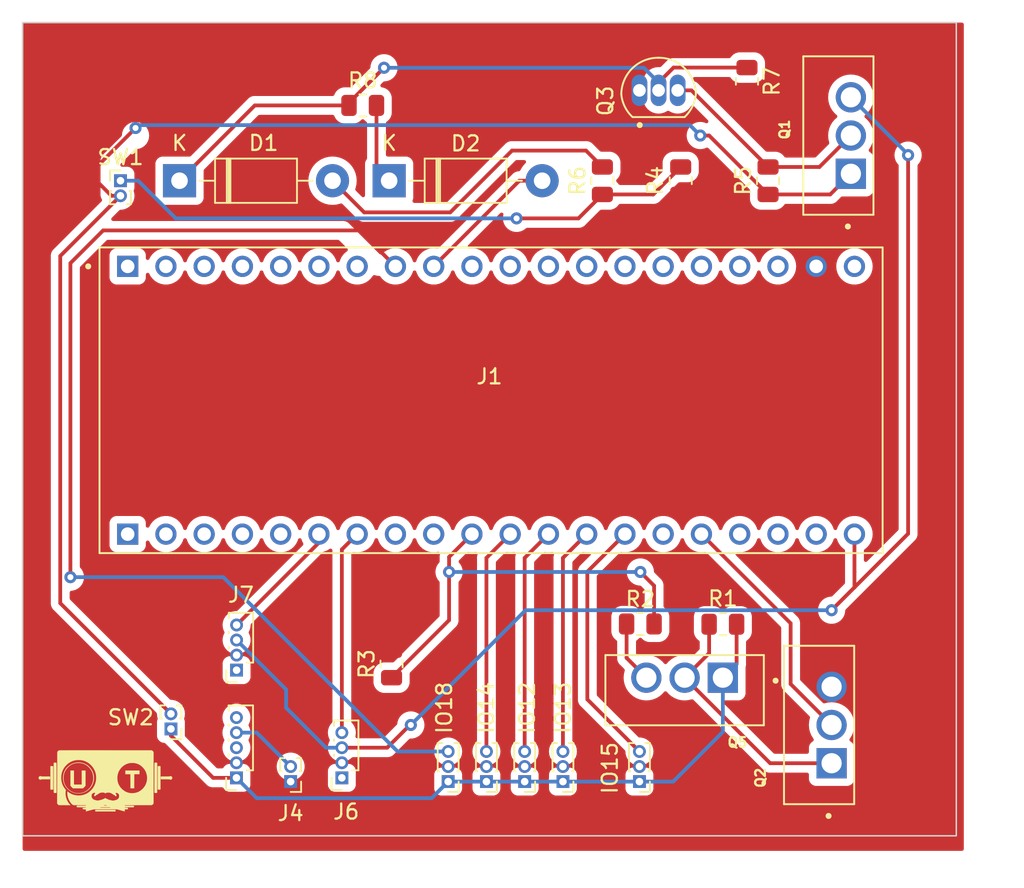
<source format=kicad_pcb>
(kicad_pcb (version 20221018) (generator pcbnew)
  (layers (0 "F.Cu" signal) (31 "B.Cu" signal) (34 "B.Paste" user) (35 "F.Paste" user) (36 "B.SilkS" user "B.Silkscreen") (37 "F.SilkS" user "F.Silkscreen") (38 "B.Mask" user) (39 "F.Mask" user) (44 "Edge.Cuts" user))
  (net 0 "")
  (net 1 "Batt GND")
  (net 2 "Net-(D1-K)")
  (net 3 "Net-(D1-A)")
  (net 4 "Net-(D2-K)")
  (net 5 "+5V")
  (net 6 "SM2")
  (net 7 "SM3")
  (net 8 "SM1")
  (net 9 "SM4")
  (net 10 "SM5")
  (net 30 "NPRightEye")
  (net 31 "NPLeftEye")
  (net 41 "Batt PWR")
  (net 45 "Net-(R4-Pad1)")
  (net 46 "Net-(Q2-D)")
  (net 47 "Net-(Q5-S)")
  (net 48 "GND1")
  (net 49 "Latch_Out")
  (net 50 "BATT ADC")
  (net 51 "BATT EN")
  (net 52 "VOUT")
  (net 53 "Net-(Q1-D)")
  (net 54 "Net-(Q1-G)")
  (footprint "Resistor_SMD:R_0805_2012Metric" (layer "F.Cu") (at 230.6 61.4 -90)
    (fp_text reference "R7" (at 0 -1.65 90) (layer "F.SilkS"))
    (fp_text value "100K")
    (pad "1" smd roundrect (at -0.9125 0 270) (size 1.025 1.4) (layers "F.Cu" "F.Paste" "F.Mask") (roundrect_rratio 0.243902) (net 2 "Net-(D1-K)"))
    (pad "2" smd roundrect (at 0.9125 0 270) (size 1.025 1.4) (layers "F.Cu" "F.Paste" "F.Mask") (roundrect_rratio 0.243902) (net 48 "GND1"))
  )
  (footprint "Resistor_SMD:R_0805_2012Metric" (layer "F.Cu") (at 205.0875 63)
    (fp_text reference "R8" (at 0 -1.65) (layer "F.SilkS"))
    (fp_text value "220")
    (pad "1" smd roundrect (at -0.9125 0) (size 1.025 1.4) (layers "F.Cu" "F.Paste" "F.Mask") (roundrect_rratio 0.243902) (net 2 "Net-(D1-K)"))
    (pad "2" smd roundrect (at 0.9125 0) (size 1.025 1.4) (layers "F.Cu" "F.Paste" "F.Mask") (roundrect_rratio 0.243902) (net 4 "Net-(D2-K)"))
  )
  (footprint "dancebot pcb libraries stuff:TO254P1052X465X1989-3" (layer "F.Cu") (at 229 101 180)
    (fp_text reference "Q5" (at -0.968 -4.2954) (layer "F.SilkS") (effects (font (size 0.64 0.64))))
    (fp_text value "PMOS")
    (pad "1" thru_hole rect (at 0 0 180) (size 2.01 2.01) (drill 1.34) (layers "*.Cu" "*.Mask") (net 52 "VOUT"))
    (pad "2" thru_hole circle (at 2.54 0 180) (size 2.01 2.01) (drill 1.34) (layers "*.Cu" "*.Mask") (net 46 "Net-(Q2-D)"))
    (pad "3" thru_hole circle (at 5.08 0 180) (size 2.01 2.01) (drill 1.34) (layers "*.Cu" "*.Mask") (net 47 "Net-(Q5-S)"))
  )
  (footprint "ESP32-PICO-KIT-V4.1:XCVR_ESP32-PICO-KIT-V4.1" (layer "F.Cu") (at 213.608 82.578)
    (fp_text reference "J1" (at -0.108 -1.578) (layer "F.SilkS"))
    (fp_text value "ESP32-PICO-KIT-V4.1")
    (pad "J2_1" thru_hole rect (at -24.13 -8.89) (size 1.408 1.408) (drill 0.9) (layers "*.Cu" "*.Mask"))
    (pad "J2_2" thru_hole circle (at -21.59 -8.89) (size 1.408 1.408) (drill 0.9) (layers "*.Cu" "*.Mask"))
    (pad "J2_3" thru_hole circle (at -19.05 -8.89) (size 1.408 1.408) (drill 0.9) (layers "*.Cu" "*.Mask"))
    (pad "J2_4" thru_hole circle (at -16.51 -8.89) (size 1.408 1.408) (drill 0.9) (layers "*.Cu" "*.Mask"))
    (pad "J2_5" thru_hole circle (at -13.97 -8.89) (size 1.408 1.408) (drill 0.9) (layers "*.Cu" "*.Mask"))
    (pad "J2_6" thru_hole circle (at -11.43 -8.89) (size 1.408 1.408) (drill 0.9) (layers "*.Cu" "*.Mask"))
    (pad "J2_7" thru_hole circle (at -8.89 -8.89) (size 1.408 1.408) (drill 0.9) (layers "*.Cu" "*.Mask"))
    (pad "J2_8" thru_hole circle (at -6.35 -8.89) (size 1.408 1.408) (drill 0.9) (layers "*.Cu" "*.Mask") (net 10 "SM5"))
    (pad "J2_9" thru_hole circle (at -3.81 -8.89) (size 1.408 1.408) (drill 0.9) (layers "*.Cu" "*.Mask") (net 49 "Latch_Out"))
    (pad "J2_10" thru_hole circle (at -1.27 -8.89) (size 1.408 1.408) (drill 0.9) (layers "*.Cu" "*.Mask"))
    (pad "J2_11" thru_hole circle (at 1.27 -8.89) (size 1.408 1.408) (drill 0.9) (layers "*.Cu" "*.Mask"))
    (pad "J2_12" thru_hole circle (at 3.81 -8.89) (size 1.408 1.408) (drill 0.9) (layers "*.Cu" "*.Mask"))
    (pad "J2_13" thru_hole circle (at 6.35 -8.89) (size 1.408 1.408) (drill 0.9) (layers "*.Cu" "*.Mask"))
    (pad "J2_14" thru_hole circle (at 8.89 -8.89) (size 1.408 1.408) (drill 0.9) (layers "*.Cu" "*.Mask"))
    (pad "J2_15" thru_hole circle (at 11.43 -8.89) (size 1.408 1.408) (drill 0.9) (layers "*.Cu" "*.Mask"))
    (pad "J2_16" thru_hole circle (at 13.97 -8.89) (size 1.408 1.408) (drill 0.9) (layers "*.Cu" "*.Mask"))
    (pad "J2_17" thru_hole circle (at 16.51 -8.89) (size 1.408 1.408) (drill 0.9) (layers "*.Cu" "*.Mask"))
    (pad "J2_18" thru_hole circle (at 19.05 -8.89) (size 1.408 1.408) (drill 0.9) (layers "*.Cu" "*.Mask"))
    (pad "J2_19" thru_hole circle (at 21.59 -8.89) (size 1.408 1.408) (drill 0.9) (layers "*.Cu" "*.Mask") (net 48 "GND1"))
    (pad "J2_20" thru_hole circle (at 24.13 -8.89) (size 1.408 1.408) (drill 0.9) (layers "*.Cu" "*.Mask"))
    (pad "J3_1" thru_hole rect (at -24.13 8.89) (size 1.408 1.408) (drill 0.9) (layers "*.Cu" "*.Mask"))
    (pad "J3_2" thru_hole circle (at -21.59 8.89) (size 1.408 1.408) (drill 0.9) (layers "*.Cu" "*.Mask"))
    (pad "J3_3" thru_hole circle (at -19.05 8.89) (size 1.408 1.408) (drill 0.9) (layers "*.Cu" "*.Mask"))
    (pad "J3_4" thru_hole circle (at -16.51 8.89) (size 1.408 1.408) (drill 0.9) (layers "*.Cu" "*.Mask"))
    (pad "J3_5" thru_hole circle (at -13.97 8.89) (size 1.408 1.408) (drill 0.9) (layers "*.Cu" "*.Mask"))
    (pad "J3_6" thru_hole circle (at -11.43 8.89) (size 1.408 1.408) (drill 0.9) (layers "*.Cu" "*.Mask") (net 31 "NPLeftEye"))
    (pad "J3_7" thru_hole circle (at -8.89 8.89) (size 1.408 1.408) (drill 0.9) (layers "*.Cu" "*.Mask") (net 30 "NPRightEye"))
    (pad "J3_8" thru_hole circle (at -6.35 8.89) (size 1.408 1.408) (drill 0.9) (layers "*.Cu" "*.Mask"))
    (pad "J3_9" thru_hole circle (at -3.81 8.89) (size 1.408 1.408) (drill 0.9) (layers "*.Cu" "*.Mask"))
    (pad "J3_10" thru_hole circle (at -1.27 8.89) (size 1.408 1.408) (drill 0.9) (layers "*.Cu" "*.Mask") (net 50 "BATT ADC"))
    (pad "J3_11" thru_hole circle (at 1.27 8.89) (size 1.408 1.408) (drill 0.9) (layers "*.Cu" "*.Mask") (net 8 "SM1"))
    (pad "J3_12" thru_hole circle (at 3.81 8.89) (size 1.408 1.408) (drill 0.9) (layers "*.Cu" "*.Mask") (net 6 "SM2"))
    (pad "J3_13" thru_hole circle (at 6.35 8.89) (size 1.408 1.408) (drill 0.9) (layers "*.Cu" "*.Mask") (net 7 "SM3"))
    (pad "J3_14" thru_hole circle (at 8.89 8.89) (size 1.408 1.408) (drill 0.9) (layers "*.Cu" "*.Mask") (net 9 "SM4"))
    (pad "J3_15" thru_hole circle (at 11.43 8.89) (size 1.408 1.408) (drill 0.9) (layers "*.Cu" "*.Mask"))
    (pad "J3_16" thru_hole circle (at 13.97 8.89) (size 1.408 1.408) (drill 0.9) (layers "*.Cu" "*.Mask") (net 51 "BATT EN"))
    (pad "J3_17" thru_hole circle (at 16.51 8.89) (size 1.408 1.408) (drill 0.9) (layers "*.Cu" "*.Mask"))
    (pad "J3_18" thru_hole circle (at 19.05 8.89) (size 1.408 1.408) (drill 0.9) (layers "*.Cu" "*.Mask"))
    (pad "J3_19" thru_hole circle (at 21.59 8.89) (size 1.408 1.408) (drill 0.9) (layers "*.Cu" "*.Mask"))
    (pad "J3_20" thru_hole circle (at 24.13 8.89) (size 1.408 1.408) (drill 0.9) (layers "*.Cu" "*.Mask") (net 5 "+5V"))
  )
  (footprint "Diode_THT:D_DO-41_SOD81_P10.16mm_Horizontal" (layer "F.Cu") (at 192.92 68)
    (fp_text reference "D1" (at 5.58 -2.5) (layer "F.SilkS"))
    (fp_text value "1N5819")
    (fp_text user "K" (at 0 -2.5) (layer "F.SilkS"))
    (pad "1" thru_hole rect (at 0 0) (size 2.2 2.2) (drill 1.1) (layers "*.Cu" "*.Mask") (net 2 "Net-(D1-K)"))
    (pad "2" thru_hole oval (at 10.16 0) (size 2.2 2.2) (drill 1.1) (layers "*.Cu" "*.Mask") (net 3 "Net-(D1-A)"))
  )
  (footprint "Resistor_SMD:R_0805_2012Metric" (layer "F.Cu") (at 223.52 97.4325)
    (fp_text reference "R2" (at 0 -1.65) (layer "F.SilkS"))
    (fp_text value "100K")
    (pad "1" smd roundrect (at -0.9125 0) (size 1.025 1.4) (layers "F.Cu" "F.Paste" "F.Mask") (roundrect_rratio 0.243902) (net 47 "Net-(Q5-S)"))
    (pad "2" smd roundrect (at 0.9125 0) (size 1.025 1.4) (layers "F.Cu" "F.Paste" "F.Mask") (roundrect_rratio 0.243902) (net 50 "BATT ADC"))
  )
  (footprint "Resistor_SMD:R_0805_2012Metric" (layer "F.Cu") (at 226.2 68 -90)
    (fp_text reference "R4" (at 0 1.7 90) (layer "F.SilkS"))
    (fp_text value "220K")
    (pad "1" smd roundrect (at -0.9125 0 270) (size 1.025 1.4) (layers "F.Cu" "F.Paste" "F.Mask") (roundrect_rratio 0.243902) (net 45 "Net-(R4-Pad1)"))
    (pad "2" smd roundrect (at 0.9125 0 270) (size 1.025 1.4) (layers "F.Cu" "F.Paste" "F.Mask") (roundrect_rratio 0.243902) (net 48 "GND1"))
  )
  (footprint "dancebot pcb libraries stuff:TO254P1052X465X1989-3" (layer "F.Cu") (at 236.22 106.68 90)
    (fp_text reference "Q2" (at -0.968 -4.72 90) (layer "F.SilkS") (effects (font (size 0.64 0.64))))
    (fp_text value "PMOS")
    (pad "1" thru_hole rect (at 0 0 90) (size 2.01 2.01) (drill 1.34) (layers "*.Cu" "*.Mask") (net 46 "Net-(Q2-D)"))
    (pad "2" thru_hole circle (at 2.54 0 90) (size 2.01 2.01) (drill 1.34) (layers "*.Cu" "*.Mask") (net 51 "BATT EN"))
    (pad "3" thru_hole circle (at 5.08 0 90) (size 2.01 2.01) (drill 1.34) (layers "*.Cu" "*.Mask") (net 48 "GND1"))
  )
  (footprint "Connector_PinHeader_1.00mm:PinHeader_1x02_P1.00mm_Vertical" (layer "F.Cu") (at 189 68)
    (fp_text reference "SW1" (at 0 -1.56) (layer "F.SilkS"))
    (fp_text value "SP switch" hide)
    (pad "1" thru_hole rect (at 0 0) (size 0.85 0.85) (drill 0.5) (layers "*.Cu" "*.Mask") (net 45 "Net-(R4-Pad1)"))
    (pad "2" thru_hole oval (at 0 1) (size 0.85 0.85) (drill 0.5) (layers "*.Cu" "*.Mask") (net 53 "Net-(Q1-D)"))
  )
  (footprint "dancebot pcb libraries stuff:TO254P1052X465X1989-3" (layer "F.Cu") (at 237.5 67.54 90)
    (fp_text reference "Q1" (at 2.94 -4.4 90) (layer "F.SilkS") (effects (font (size 0.64 0.64))))
    (fp_text value "PMOS")
    (pad "1" thru_hole rect (at 0 0 90) (size 2.01 2.01) (drill 1.34) (layers "*.Cu" "*.Mask") (net 53 "Net-(Q1-D)"))
    (pad "2" thru_hole circle (at 2.54 0 90) (size 2.01 2.01) (drill 1.34) (layers "*.Cu" "*.Mask") (net 54 "Net-(Q1-G)"))
    (pad "3" thru_hole circle (at 5.08 0 90) (size 2.01 2.01) (drill 1.34) (layers "*.Cu" "*.Mask") (net 5 "+5V"))
  )
  (footprint "Diode_THT:D_DO-41_SOD81_P10.16mm_Horizontal" (layer "F.Cu") (at 206.84 68)
    (fp_text reference "D2" (at 5.08 -2.47) (layer "F.SilkS"))
    (fp_text value "1N5819")
    (fp_text user "K" (at 0 -2.5) (layer "F.SilkS"))
    (pad "1" thru_hole rect (at 0 0) (size 2.2 2.2) (drill 1.1) (layers "*.Cu" "*.Mask") (net 4 "Net-(D2-K)"))
    (pad "2" thru_hole oval (at 10.16 0) (size 2.2 2.2) (drill 1.1) (layers "*.Cu" "*.Mask") (net 49 "Latch_Out"))
  )
  (footprint "Connector_PinHeader_1.00mm:PinHeader_1x03_P1.00mm_Vertical" (layer "F.Cu") (at 223.46 107.9 180)
    (fp_text reference "IO15" (at 1.96 0.9 90) (layer "F.SilkS"))
    (fp_text value "servo 4" hide)
    (pad "1" thru_hole rect (at 0 0 180) (size 0.85 0.85) (drill 0.5) (layers "*.Cu" "*.Mask") (net 52 "VOUT"))
    (pad "2" thru_hole oval (at 0 1 180) (size 0.85 0.85) (drill 0.5) (layers "*.Cu" "*.Mask") (net 48 "GND1"))
    (pad "3" thru_hole oval (at 0 2 180) (size 0.85 0.85) (drill 0.5) (layers "*.Cu" "*.Mask") (net 9 "SM4"))
  )
  (footprint "Connector_PinSocket_1.00mm:PinSocket_1x04_P1.00mm_Vertical" (layer "F.Cu") (at 196.71 100.5 180)
    (fp_text reference "J7" (at -0.29 5) (layer "F.SilkS"))
    (fp_text value "Conn_01x04_Socket" hide)
    (pad "1" thru_hole rect (at 0 0 180) (size 0.85 0.85) (drill 0.5) (layers "*.Cu" "*.Mask"))
    (pad "2" thru_hole oval (at 0 1 180) (size 0.85 0.85) (drill 0.5) (layers "*.Cu" "*.Mask") (net 48 "GND1"))
    (pad "3" thru_hole oval (at 0 2 180) (size 0.85 0.85) (drill 0.5) (layers "*.Cu" "*.Mask") (net 5 "+5V"))
    (pad "4" thru_hole oval (at 0 3 180) (size 0.85 0.85) (drill 0.5) (layers "*.Cu" "*.Mask") (net 31 "NPLeftEye"))
  )
  (footprint "Connector_PinSocket_1.00mm:PinSocket_1x05_P1.00mm_Vertical" (layer "F.Cu") (at 196.7 107.65 180)
    (fp_text reference "J2" hide)
    (fp_text value "Voltage Regulator")
    (pad "1" thru_hole rect (at 0 0 180) (size 0.85 0.85) (drill 0.5) (layers "*.Cu" "*.Mask") (net 52 "VOUT"))
    (pad "2" thru_hole oval (at 0 1 180) (size 0.85 0.85) (drill 0.5) (layers "*.Cu" "*.Mask") (net 48 "GND1"))
    (pad "3" thru_hole oval (at 0 2 180) (size 0.85 0.85) (drill 0.5) (layers "*.Cu" "*.Mask") (net 1 "Batt GND"))
    (pad "4" thru_hole oval (at 0 3 180) (size 0.85 0.85) (drill 0.5) (layers "*.Cu" "*.Mask") (net 41 "Batt PWR"))
    (pad "5" thru_hole oval (at 0 4 180) (size 0.85 0.85) (drill 0.5) (layers "*.Cu" "*.Mask"))
  )
  (footprint "Connector_PinSocket_1.00mm:PinSocket_1x04_P1.00mm_Vertical" (layer "F.Cu") (at 203.7 107.65 180)
    (fp_text reference "J6" (at -0.29 -2.25) (layer "F.SilkS"))
    (fp_text value "Conn_01x04_Socket" hide)
    (pad "1" thru_hole rect (at 0 0 180) (size 0.85 0.85) (drill 0.5) (layers "*.Cu" "*.Mask"))
    (pad "2" thru_hole oval (at 0 1 180) (size 0.85 0.85) (drill 0.5) (layers "*.Cu" "*.Mask") (net 48 "GND1"))
    (pad "3" thru_hole oval (at 0 2 180) (size 0.85 0.85) (drill 0.5) (layers "*.Cu" "*.Mask") (net 5 "+5V"))
    (pad "4" thru_hole oval (at 0 3 180) (size 0.85 0.85) (drill 0.5) (layers "*.Cu" "*.Mask") (net 30 "NPRightEye"))
  )
  (footprint "Resistor_SMD:R_0805_2012Metric" (layer "F.Cu") (at 221 68 90)
    (fp_text reference "R6" (at 0 -1.65 90) (layer "F.SilkS"))
    (fp_text value "10K")
    (pad "1" smd roundrect (at -0.9125 0 90) (size 1.025 1.4) (layers "F.Cu" "F.Paste" "F.Mask") (roundrect_rratio 0.243902) (net 45 "Net-(R4-Pad1)"))
    (pad "2" smd roundrect (at 0.9125 0 90) (size 1.025 1.4) (layers "F.Cu" "F.Paste" "F.Mask") (roundrect_rratio 0.243902) (net 3 "Net-(D1-A)"))
  )
  (footprint "Connector_PinHeader_1.00mm:PinHeader_1x02_P1.00mm_Vertical" (layer "F.Cu") (at 192.35 104.4 180)
    (fp_text reference "SW2" (at 2.667 0.762) (layer "F.SilkS"))
    (fp_text value "SW_SPST" hide)
    (pad "1" thru_hole rect (at 0 0 180) (size 0.85 0.85) (drill 0.5) (layers "*.Cu" "*.Mask") (net 52 "VOUT"))
    (pad "2" thru_hole oval (at 0 1 180) (size 0.85 0.85) (drill 0.5) (layers "*.Cu" "*.Mask") (net 53 "Net-(Q1-D)"))
  )
  (footprint "Resistor_SMD:R_0805_2012Metric" (layer "F.Cu") (at 207 100.0875 90)
    (fp_text reference "R3" (at 0 -1.65 90) (layer "F.SilkS"))
    (fp_text value "10K")
    (pad "1" smd roundrect (at -0.9125 0 90) (size 1.025 1.4) (layers "F.Cu" "F.Paste" "F.Mask") (roundrect_rratio 0.243902) (net 50 "BATT ADC"))
    (pad "2" smd roundrect (at 0.9125 0 90) (size 1.025 1.4) (layers "F.Cu" "F.Paste" "F.Mask") (roundrect_rratio 0.243902) (net 48 "GND1"))
  )
  (footprint "2N3904:TO92127P495H495-3" (layer "F.Cu") (at 224.73 62)
    (fp_text reference "Q3" (at -3.53 0.7 90) (layer "F.SilkS"))
    (fp_text value "2N3904")
    (pad "1" thru_hole oval (at -1.27 0) (size 1.04 2.08) (drill 0.84) (layers "*.Cu" "*.Mask") (net 48 "GND1"))
    (pad "2" thru_hole oval (at 0 0) (size 1.04 2.08) (drill 0.84) (layers "*.Cu" "*.Mask") (net 2 "Net-(D1-K)"))
    (pad "3" thru_hole oval (at 1.27 0) (size 1.04 2.08) (drill 0.84) (layers "*.Cu" "*.Mask") (net 54 "Net-(Q1-G)"))
  )
  (footprint "Connector_PinHeader_1.00mm:PinHeader_1x03_P1.00mm_Vertical" (layer "F.Cu") (at 218.38 107.9 180)
    (fp_text reference "IO13" (at 0 4.9 90) (layer "F.SilkS"))
    (fp_text value "servo 3" hide)
    (pad "1" thru_hole rect (at 0 0 180) (size 0.85 0.85) (drill 0.5) (layers "*.Cu" "*.Mask") (net 52 "VOUT"))
    (pad "2" thru_hole oval (at 0 1 180) (size 0.85 0.85) (drill 0.5) (layers "*.Cu" "*.Mask") (net 48 "GND1"))
    (pad "3" thru_hole oval (at 0 2 180) (size 0.85 0.85) (drill 0.5) (layers "*.Cu" "*.Mask") (net 7 "SM3"))
  )
  (footprint "Resistor_SMD:R_0805_2012Metric" (layer "F.Cu") (at 229 97.45 180)
    (fp_text reference "R1" (at 0 1.7) (layer "F.SilkS"))
    (fp_text value "100K")
    (pad "1" smd roundrect (at -0.9125 0 180) (size 1.025 1.4) (layers "F.Cu" "F.Paste" "F.Mask") (roundrect_rratio 0.243902) (net 52 "VOUT"))
    (pad "2" smd roundrect (at 0.9125 0 180) (size 1.025 1.4) (layers "F.Cu" "F.Paste" "F.Mask") (roundrect_rratio 0.243902) (net 46 "Net-(Q2-D)"))
  )
  (footprint "Connector_PinHeader_1.00mm:PinHeader_1x03_P1.00mm_Vertical" (layer "F.Cu") (at 215.84 107.9 180)
    (fp_text reference "IO12" (at -0.16 4.9 90) (layer "F.SilkS"))
    (fp_text value "servo 2" hide)
    (pad "1" thru_hole rect (at 0 0 180) (size 0.85 0.85) (drill 0.5) (layers "*.Cu" "*.Mask") (net 52 "VOUT"))
    (pad "2" thru_hole oval (at 0 1 180) (size 0.85 0.85) (drill 0.5) (layers "*.Cu" "*.Mask") (net 48 "GND1"))
    (pad "3" thru_hole oval (at 0 2 180) (size 0.85 0.85) (drill 0.5) (layers "*.Cu" "*.Mask") (net 6 "SM2"))
  )
  (footprint "Connector_PinHeader_1.00mm:PinHeader_1x03_P1.00mm_Vertical" (layer "F.Cu") (at 210.76 107.9 180)
    (fp_text reference "IO18" (at 0.26 4.9 90) (layer "F.SilkS"))
    (fp_text value "servo 5 (hat)" hide)
    (pad "1" thru_hole rect (at 0 0 180) (size 0.85 0.85) (drill 0.5) (layers "*.Cu" "*.Mask") (net 52 "VOUT"))
    (pad "2" thru_hole oval (at 0 1 180) (size 0.85 0.85) (drill 0.5) (layers "*.Cu" "*.Mask") (net 48 "GND1"))
    (pad "3" thru_hole oval (at 0 2 180) (size 0.85 0.85) (drill 0.5) (layers "*.Cu" "*.Mask") (net 10 "SM5"))
  )
  (footprint "Resistor_SMD:R_0805_2012Metric" (layer "F.Cu") (at 232 68 90)
    (fp_text reference "R5" (at 0 -1.65 90) (layer "F.SilkS"))
    (fp_text value "100K")
    (pad "1" smd roundrect (at -0.9125 0 90) (size 1.025 1.4) (layers "F.Cu" "F.Paste" "F.Mask") (roundrect_rratio 0.243902) (net 53 "Net-(Q1-D)"))
    (pad "2" smd roundrect (at 0.9125 0 90) (size 1.025 1.4) (layers "F.Cu" "F.Paste" "F.Mask") (roundrect_rratio 0.243902) (net 54 "Net-(Q1-G)"))
  )
  (footprint "LOGO" (layer "F.Cu") (at 188 107.5)
    (fp_text reference "G***" hide)
    (fp_text value "LOGO" hide)
  )
  (footprint "Connector_PinHeader_1.00mm:PinHeader_1x03_P1.00mm_Vertical" (layer "F.Cu") (at 213.3 107.9 180)
    (fp_text reference "IO14" (at 0 4.9 90) (layer "F.SilkS"))
    (fp_text value "servo 1" hide)
    (pad "1" thru_hole rect (at 0 0 180) (size 0.85 0.85) (drill 0.5) (layers "*.Cu" "*.Mask") (net 52 "VOUT"))
    (pad "2" thru_hole oval (at 0 1 180) (size 0.85 0.85) (drill 0.5) (layers "*.Cu" "*.Mask") (net 48 "GND1"))
    (pad "3" thru_hole oval (at 0 2 180) (size 0.85 0.85) (drill 0.5) (layers "*.Cu" "*.Mask") (net 8 "SM1"))
  )
  (footprint "Connector_PinHeader_1.00mm:PinHeader_1x02_P1.00mm_Vertical" (layer "F.Cu") (at 200.3 107.9 180)
    (fp_text reference "J4" (at 0 -2.1) (layer "F.SilkS"))
    (fp_text value "Pins")
    (pad "1" thru_hole rect (at 0 0 180) (size 0.85 0.85) (drill 0.5) (layers "*.Cu" "*.Mask") (net 48 "GND1"))
    (pad "2" thru_hole oval (at 0 1 180) (size 0.85 0.85) (drill 0.5) (layers "*.Cu" "*.Mask") (net 41 "Batt PWR"))
  )
  (gr_rect (start 182.5 57.5) (end 244.5 111.5) (stroke (width 0.1)) (fill none) (layer "Edge.Cuts"))
  (segment (start 224.7 62.03) (end 224.73 62) (width 0.25) (layer "F.Cu") (net 2))
  (segment (start 197.92 63) (end 192.92 68) (width 0.25) (layer "F.Cu") (net 2))
  (segment (start 225.7225 60.4875) (end 230.6 60.4875) (width 0.25) (layer "F.Cu") (net 2))
  (segment (start 206.5 60.5) (end 204.175 62.825) (width 0.25) (layer "F.Cu") (net 2))
  (segment (start 204.175 62.825) (end 204.175 63) (width 0.25) (layer "F.Cu") (net 2))
  (segment (start 224.73 62) (end 224.73 61.48) (width 0.25) (layer "F.Cu") (net 2))
  (segment (start 224.73 61.48) (end 225.7225 60.4875) (width 0.25) (layer "F.Cu") (net 2))
  (segment (start 204.175 63) (end 197.92 63) (width 0.25) (layer "F.Cu") (net 2))
  (via (at 206.5 60.5) (size 0.8) (drill 0.4) (layers "F.Cu" "B.Cu") (net 2))
  (segment (start 224.73 62) (end 224.73 61.48) (width 0.25) (layer "B.Cu") (net 2))
  (segment (start 224.73 61.48) (end 223.75 60.5) (width 0.25) (layer "B.Cu") (net 2))
  (segment (start 223.75 60.5) (end 206.5 60.5) (width 0.25) (layer "B.Cu") (net 2))
  (segment (start 203.08 68) (end 205.18 70.1) (width 0.25) (layer "F.Cu") (net 3))
  (segment (start 210.9 70.1) (end 215 66) (width 0.25) (layer "F.Cu") (net 3))
  (segment (start 215 66) (end 219.9125 66) (width 0.25) (layer "F.Cu") (net 3))
  (segment (start 219.9125 66) (end 221 67.0875) (width 0.25) (layer "F.Cu") (net 3))
  (segment (start 205.18 70.1) (end 210.9 70.1) (width 0.25) (layer "F.Cu") (net 3))
  (segment (start 206 63) (end 206 67.16) (width 0.25) (layer "F.Cu") (net 4))
  (segment (start 206 67.16) (end 206.84 68) (width 0.25) (layer "F.Cu") (net 4))
  (segment (start 241.3 91.44) (end 237.74 95) (width 0.25) (layer "F.Cu") (net 5))
  (segment (start 208.28 104.14) (end 208.22 104.14) (width 0.25) (layer "F.Cu") (net 5))
  (segment (start 208.22 104.14) (end 206.71 105.65) (width 0.25) (layer "F.Cu") (net 5))
  (segment (start 237.738 91.468) (end 237.738 93.98) (width 0.25) (layer "F.Cu") (net 5))
  (segment (start 241.3 66.3) (end 241.3 91.44) (width 0.25) (layer "F.Cu") (net 5))
  (segment (start 237.738 95) (end 237.738 95.002) (width 0.25) (layer "F.Cu") (net 5))
  (segment (start 237.738 93.98) (end 237.738 95) (width 0.25) (layer "F.Cu") (net 5))
  (segment (start 237.738 95.002) (end 236.22 96.52) (width 0.25) (layer "F.Cu") (net 5))
  (segment (start 203.7 105.65) (end 206.71 105.65) (width 0.25) (layer "F.Cu") (net 5))
  (segment (start 241.3 66.26) (end 241.3 66.3) (width 0.25) (layer "F.Cu") (net 5))
  (segment (start 237.74 95) (end 237.738 95) (width 0.25) (layer "F.Cu") (net 5))
  (via (at 208.28 104.14) (size 0.8) (drill 0.4) (layers "F.Cu" "B.Cu") (net 5))
  (via (at 236.22 96.52) (size 0.8) (drill 0.4) (layers "F.Cu" "B.Cu") (net 5))
  (via (at 241.3 66.3) (size 0.8) (drill 0.4) (layers "F.Cu" "B.Cu") (net 5))
  (segment (start 196.71 98.5) (end 200 101.79) (width 0.25) (layer "B.Cu") (net 5))
  (segment (start 215.9 96.52) (end 208.28 104.14) (width 0.25) (layer "B.Cu") (net 5))
  (segment (start 241.3 66.3) (end 241.3 66.26) (width 0.25) (layer "B.Cu") (net 5))
  (segment (start 236.22 96.52) (end 215.9 96.52) (width 0.25) (layer "B.Cu") (net 5))
  (segment (start 202.65 105.65) (end 203.7 105.65) (width 0.25) (layer "B.Cu") (net 5))
  (segment (start 241.3 66.26) (end 237.5 62.46) (width 0.25) (layer "B.Cu") (net 5))
  (segment (start 200 101.79) (end 200 103) (width 0.25) (layer "B.Cu") (net 5))
  (segment (start 200 103) (end 202.65 105.65) (width 0.25) (layer "B.Cu") (net 5))
  (segment (start 217.418 91.468) (end 215.84 93.046) (width 0.25) (layer "F.Cu") (net 6))
  (segment (start 215.84 93.046) (end 215.84 105.9) (width 0.25) (layer "F.Cu") (net 6))
  (segment (start 218.38 93.046) (end 218.38 105.9) (width 0.25) (layer "F.Cu") (net 7))
  (segment (start 219.958 91.468) (end 218.38 93.046) (width 0.25) (layer "F.Cu") (net 7))
  (segment (start 214.878 91.468) (end 213.3 93.046) (width 0.25) (layer "F.Cu") (net 8))
  (segment (start 213.3 93.046) (end 213.3 105.9) (width 0.25) (layer "F.Cu") (net 8))
  (segment (start 220 102.44) (end 223.46 105.9) (width 0.25) (layer "F.Cu") (net 9))
  (segment (start 222.498 91.468) (end 220 93.966) (width 0.25) (layer "F.Cu") (net 9))
  (segment (start 220 93.966) (end 220 102.44) (width 0.25) (layer "F.Cu") (net 9))
  (segment (start 204.87 71.3) (end 207.258 73.688) (width 0.25) (layer "F.Cu") (net 10))
  (segment (start 185.675 94.325) (end 185.675 73.475) (width 0.25) (layer "F.Cu") (net 10))
  (segment (start 185.675 73.475) (end 187.85 71.3) (width 0.25) (layer "F.Cu") (net 10))
  (segment (start 187.85 71.3) (end 204.87 71.3) (width 0.25) (layer "F.Cu") (net 10))
  (via (at 185.675 94.325) (size 0.8) (drill 0.4) (layers "F.Cu" "B.Cu") (net 10))
  (segment (start 195.825 94.325) (end 207.4 105.9) (width 0.25) (layer "B.Cu") (net 10))
  (segment (start 207.4 105.9) (end 210.76 105.9) (width 0.25) (layer "B.Cu") (net 10))
  (segment (start 185.675 94.325) (end 195.825 94.325) (width 0.25) (layer "B.Cu") (net 10))
  (segment (start 203.7 92.486) (end 204.718 91.468) (width 0.25) (layer "F.Cu") (net 30))
  (segment (start 203.7 104.65) (end 203.7 92.486) (width 0.25) (layer "F.Cu") (net 30))
  (segment (start 196.71 97.5) (end 202.178 92.032) (width 0.25) (layer "F.Cu") (net 31))
  (segment (start 202.178 92.032) (end 202.178 91.468) (width 0.25) (layer "F.Cu") (net 31))
  (segment (start 196.7 104.65) (end 198.05 104.65) (width 0.25) (layer "B.Cu") (net 41))
  (segment (start 198.05 104.65) (end 200.3 106.9) (width 0.25) (layer "B.Cu") (net 41))
  (segment (start 219.4125 70.5) (end 215.3 70.5) (width 0.25) (layer "F.Cu") (net 45))
  (segment (start 224.375 68.9125) (end 226.2 67.0875) (width 0.25) (layer "F.Cu") (net 45))
  (segment (start 221 68.9125) (end 224.375 68.9125) (width 0.25) (layer "F.Cu") (net 45))
  (segment (start 221 68.9125) (end 219.4125 70.5) (width 0.25) (layer "F.Cu") (net 45))
  (via (at 215.3 70.5) (size 0.8) (drill 0.4) (layers "F.Cu" "B.Cu") (net 45))
  (segment (start 190.17 68) (end 189 68) (width 0.25) (layer "B.Cu") (net 45))
  (segment (start 215.3 70.5) (end 192.67 70.5) (width 0.25) (layer "B.Cu") (net 45))
  (segment (start 192.67 70.5) (end 190.17 68) (width 0.25) (layer "B.Cu") (net 45))
  (segment (start 226.46 101) (end 232.14 106.68) (width 0.25) (layer "F.Cu") (net 46))
  (segment (start 232.14 106.68) (end 236.22 106.68) (width 0.25) (layer "F.Cu") (net 46))
  (segment (start 228.0875 97.45) (end 228.0875 99.3725) (width 0.25) (layer "F.Cu") (net 46))
  (segment (start 228.0875 99.3725) (end 226.46 101) (width 0.25) (layer "F.Cu") (net 46))
  (segment (start 222.6075 97.4325) (end 222.6075 99.6875) (width 0.25) (layer "F.Cu") (net 47))
  (segment (start 222.6075 99.6875) (end 223.92 101) (width 0.25) (layer "F.Cu") (net 47))
  (segment (start 215.486 68) (end 209.798 73.688) (width 0.25) (layer "F.Cu") (net 49))
  (segment (start 217 68) (end 215.486 68) (width 0.25) (layer "F.Cu") (net 49))
  (segment (start 224.4325 97.4325) (end 224.4325 94.8925) (width 0.25) (layer "F.Cu") (net 50))
  (segment (start 210.82 97.18) (end 207 101) (width 0.25) (layer "F.Cu") (net 50))
  (segment (start 210.82 92.986) (end 212.338 91.468) (width 0.25) (layer "F.Cu") (net 50))
  (segment (start 210.82 93.98) (end 210.82 97.18) (width 0.25) (layer "F.Cu") (net 50))
  (segment (start 224.4325 94.8925) (end 223.52 93.98) (width 0.25) (layer "F.Cu") (net 50))
  (segment (start 210.82 93.98) (end 210.82 92.986) (width 0.25) (layer "F.Cu") (net 50))
  (via (at 223.52 93.98) (size 0.8) (drill 0.4) (layers "F.Cu" "B.Cu") (net 50))
  (via (at 210.82 93.98) (size 0.8) (drill 0.4) (layers "F.Cu" "B.Cu") (net 50))
  (segment (start 223.52 93.98) (end 210.82 93.98) (width 0.25) (layer "B.Cu") (net 50))
  (segment (start 227.578 91.468) (end 233.5 97.39) (width 0.25) (layer "F.Cu") (net 51))
  (segment (start 233.5 101.42) (end 236.22 104.14) (width 0.25) (layer "F.Cu") (net 51))
  (segment (start 233.5 97.39) (end 233.5 101.42) (width 0.25) (layer "F.Cu") (net 51))
  (segment (start 195.15 107.65) (end 196.7 107.65) (width 0.25) (layer "F.Cu") (net 52))
  (segment (start 210.76 108.12) (end 211.075 107.805) (width 0.25) (layer "F.Cu") (net 52))
  (segment (start 192.35 104.4) (end 192.35 104.85) (width 0.25) (layer "F.Cu") (net 52))
  (segment (start 229.9125 100.0875) (end 229 101) (width 0.25) (layer "F.Cu") (net 52))
  (segment (start 229.9125 97.45) (end 229.9125 100.0875) (width 0.25) (layer "F.Cu") (net 52))
  (segment (start 192.35 104.85) (end 195.15 107.65) (width 0.25) (layer "F.Cu") (net 52))
  (segment (start 223.24 108.12) (end 223.46 107.9) (width 0.25) (layer "F.Cu") (net 52))
  (segment (start 218.065 107.805) (end 218.38 108.12) (width 0.25) (layer "F.Cu") (net 52))
  (segment (start 218.38 107.9) (end 223.46 107.9) (width 0.25) (layer "B.Cu") (net 52))
  (segment (start 198.05 109) (end 209.66 109) (width 0.25) (layer "B.Cu") (net 52))
  (segment (start 223.46 107.9) (end 225.7 107.9) (width 0.25) (layer "B.Cu") (net 52))
  (segment (start 225.7 107.9) (end 229 104.6) (width 0.25) (layer "B.Cu") (net 52))
  (segment (start 196.7 107.65) (end 198.05 109) (width 0.25) (layer "B.Cu") (net 52))
  (segment (start 210.76 107.9) (end 213.3 107.9) (width 0.25) (layer "B.Cu") (net 52))
  (segment (start 213.3 107.9) (end 215.84 107.9) (width 0.25) (layer "B.Cu") (net 52))
  (segment (start 215.84 107.9) (end 218.38 107.9) (width 0.25) (layer "B.Cu") (net 52))
  (segment (start 209.66 109) (end 210.76 107.9) (width 0.25) (layer "B.Cu") (net 52))
  (segment (start 229 104.6) (end 229 101) (width 0.25) (layer "B.Cu") (net 52))
  (segment (start 232 68.9125) (end 236.1275 68.9125) (width 0.25) (layer "F.Cu") (net 53))
  (segment (start 228.0875 65) (end 227.5 65) (width 0.25) (layer "F.Cu") (net 53))
  (segment (start 187.5 67) (end 187.5 68.10104) (width 0.25) (layer "F.Cu") (net 53))
  (segment (start 188.39896 69) (end 189 69) (width 0.25) (layer "F.Cu") (net 53))
  (segment (start 185 96.05) (end 192.35 103.4) (width 0.25) (layer "F.Cu") (net 53))
  (segment (start 236.1275 68.9125) (end 237.5 67.54) (width 0.25) (layer "F.Cu") (net 53))
  (segment (start 189 69) (end 185 73) (width 0.25) (layer "F.Cu") (net 53))
  (segment (start 190 64.5) (end 187.5 67) (width 0.25) (layer "F.Cu") (net 53))
  (segment (start 187.5 68.10104) (end 188.39896 69) (width 0.25) (layer "F.Cu") (net 53))
  (segment (start 185 73) (end 185 96.05) (width 0.25) (layer "F.Cu") (net 53))
  (segment (start 232 68.9125) (end 228.0875 65) (width 0.25) (layer "F.Cu") (net 53))
  (via (at 190 64.5) (size 0.8) (drill 0.4) (layers "F.Cu" "B.Cu") (net 53))
  (via (at 227.5 65) (size 0.8) (drill 0.4) (layers "F.Cu" "B.Cu") (net 53))
  (segment (start 190 64.5) (end 190.192298 64.307702) (width 0.25) (layer "B.Cu") (net 53))
  (segment (start 190.192298 64.307702) (end 226.807702 64.307702) (width 0.25) (layer "B.Cu") (net 53))
  (segment (start 226.807702 64.307702) (end 227.5 65) (width 0.25) (layer "B.Cu") (net 53))
  (segment (start 232 67.0875) (end 235.4125 67.0875) (width 0.25) (layer "F.Cu") (net 54))
  (segment (start 226.9125 62) (end 232 67.0875) (width 0.25) (layer "F.Cu") (net 54))
  (segment (start 235.4125 67.0875) (end 237.5 65) (width 0.25) (layer "F.Cu") (net 54))
  (segment (start 226 62) (end 226.9125 62) (width 0.25) (layer "F.Cu") (net 54))
  (zone (net 48) (net_name "GND1") (layer "F.Cu") (connect_pads yes (clearance 0.5)) (min_thickness 0.25) (fill yes (thermal_gap 1) (thermal_bridge_width 1))
    (polygon (pts (xy 181 56) (xy 181 115) (xy 249 115) (xy 249 56)))
  )
)
</source>
